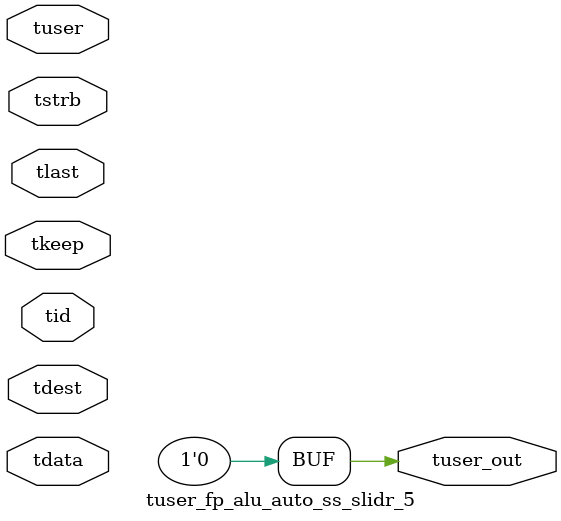
<source format=v>


`timescale 1ps/1ps

module tuser_fp_alu_auto_ss_slidr_5 #
(
parameter C_S_AXIS_TUSER_WIDTH = 1,
parameter C_S_AXIS_TDATA_WIDTH = 32,
parameter C_S_AXIS_TID_WIDTH   = 0,
parameter C_S_AXIS_TDEST_WIDTH = 0,
parameter C_M_AXIS_TUSER_WIDTH = 1
)
(
input  [(C_S_AXIS_TUSER_WIDTH == 0 ? 1 : C_S_AXIS_TUSER_WIDTH)-1:0     ] tuser,
input  [(C_S_AXIS_TDATA_WIDTH == 0 ? 1 : C_S_AXIS_TDATA_WIDTH)-1:0     ] tdata,
input  [(C_S_AXIS_TID_WIDTH   == 0 ? 1 : C_S_AXIS_TID_WIDTH)-1:0       ] tid,
input  [(C_S_AXIS_TDEST_WIDTH == 0 ? 1 : C_S_AXIS_TDEST_WIDTH)-1:0     ] tdest,
input  [(C_S_AXIS_TDATA_WIDTH/8)-1:0 ] tkeep,
input  [(C_S_AXIS_TDATA_WIDTH/8)-1:0 ] tstrb,
input                                                                    tlast,
output [C_M_AXIS_TUSER_WIDTH-1:0] tuser_out
);

assign tuser_out = {1'b0};

endmodule


</source>
